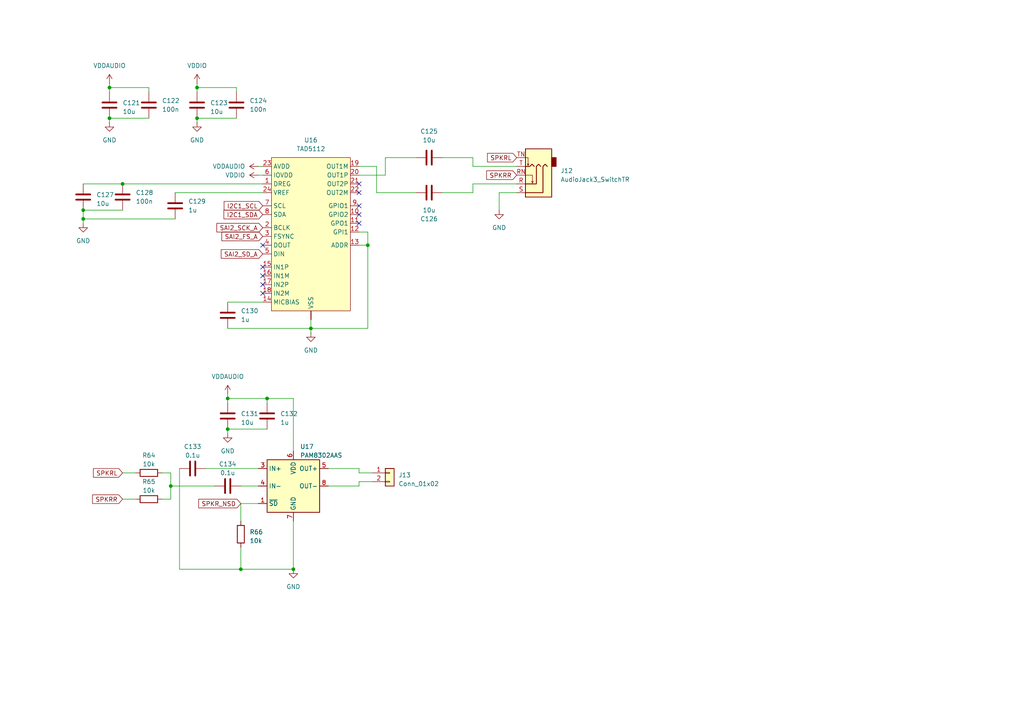
<source format=kicad_sch>
(kicad_sch (version 20250114) (generator "eeschema") (generator_version "9.0")
  (paper "A4")
  (lib_symbols
    (symbol "Amplifier_Audio:PAM8302AAS"
      (property "Reference" "U" (at 7.62 11.43 0))
      (property "Value" "PAM8302AAS" (at 7.62 8.89 0))
      (symbol "PAM8302AAS_0_1"
        (rectangle (start -7.62 7.62) (end 7.62 -7.62) (stroke (width 0.254)) (fill (type background)))
      )
      (symbol "PAM8302AAS_1_1"
        (pin input line (at -10.16 5.08 0) (length 2.54) (name "IN+") (number "3"))
        (pin input line (at -10.16 0 0) (length 2.54) (name "IN-") (number "4"))
        (pin input line (at -10.16 -5.08 0) (length 2.54) (name "~{SD}") (number "1"))
        (pin power_in line (at 0 10.16 270) (length 2.54) (name "VDD") (number "6"))
        (pin power_in line (at 0 -10.16 90) (length 2.54) (name "GND") (number "7"))
        (pin no_connect line (at 7.62 -5.08 180) (length 2.54) (hide yes) (name "NC") (number "2"))
        (pin output line (at 10.16 5.08 180) (length 2.54) (name "OUT+") (number "5"))
        (pin output line (at 10.16 0 180) (length 2.54) (name "OUT-") (number "8"))
      )
    )
    (symbol "Connector_Audio:AudioJack3_SwitchTR"
      (property "Reference" "J" (at 0 8.89 0))
      (property "Value" "AudioJack3_SwitchTR" (at 0 6.35 0))
      (symbol "AudioJack3_SwitchTR_0_1"
        (rectangle (start -5.08 -5.08) (end -6.35 -7.62) (stroke (width 0.254)) (fill (type outline)))
        (polyline (pts (xy -1.905 -5.08) (xy -1.27 -5.715) (xy -0.635 -5.08) (xy -0.635 0) (xy 2.54 0)) (stroke (width 0.254)))
        (polyline (pts (xy 0 -5.08) (xy 0.635 -5.715) (xy 1.27 -5.08) (xy 2.54 -5.08)) (stroke (width 0.254)))
        (polyline (pts (xy 0.508 -0.254) (xy 0.762 -0.762)))
        (polyline (pts (xy 1.778 -5.334) (xy 2.032 -5.842)))
        (rectangle (start 2.54 3.81) (end -5.08 -10.16) (stroke (width 0.254)) (fill (type background)))
        (polyline (pts (xy 2.54 2.54) (xy -2.54 2.54) (xy -2.54 -5.08) (xy -3.175 -5.715) (xy -3.81 -5.08)) (stroke (width 0.254)))
        (polyline (pts (xy 2.54 -2.54) (xy 0.508 -2.54) (xy 0.508 -0.254) (xy 0.254 -0.762)))
        (polyline (pts (xy 2.54 -7.62) (xy 1.778 -7.62) (xy 1.778 -5.334) (xy 1.524 -5.842)))
      )
      (symbol "AudioJack3_SwitchTR_1_1"
        (pin passive line (at 5.08 2.54 180) (length 2.54) (name "~") (number "S"))
        (pin passive line (at 5.08 0 180) (length 2.54) (name "~") (number "R"))
        (pin passive line (at 5.08 -2.54 180) (length 2.54) (name "~") (number "RN"))
        (pin passive line (at 5.08 -5.08 180) (length 2.54) (name "~") (number "T"))
        (pin passive line (at 5.08 -7.62 180) (length 2.54) (name "~") (number "TN"))
      )
    )
    (symbol "Connector_Generic:Conn_01x02" (pin_names (offset 1.016) (hide yes))
      (property "Reference" "J" (at 0 2.54 0))
      (property "Value" "Conn_01x02" (at 0 -5.08 0))
      (symbol "Conn_01x02_1_1"
        (rectangle (start -1.27 1.27) (end 1.27 -3.81) (stroke (width 0.254)) (fill (type background)))
        (rectangle (start -1.27 0.127) (end 0 -0.127) (stroke (width 0.1524)))
        (rectangle (start -1.27 -2.413) (end 0 -2.667) (stroke (width 0.1524)))
        (pin passive line (at -5.08 0 0) (length 3.81) (name "Pin_1") (number "1"))
        (pin passive line (at -5.08 -2.54 0) (length 3.81) (name "Pin_2") (number "2"))
      )
    )
    (symbol "Device:C" (pin_numbers (hide yes)) (pin_names (offset 0.254))
      (property "Reference" "C" (at 0.635 2.54 0))
      (property "Value" "C" (at 0.635 -2.54 0))
      (symbol "C_0_1"
        (polyline (pts (xy -2.032 0.762) (xy 2.032 0.762)) (stroke (width 0.508)))
        (polyline (pts (xy -2.032 -0.762) (xy 2.032 -0.762)) (stroke (width 0.508)))
      )
      (symbol "C_1_1"
        (pin passive line (at 0 3.81 270) (length 2.794) (name "~") (number "1"))
        (pin passive line (at 0 -3.81 90) (length 2.794) (name "~") (number "2"))
      )
    )
    (symbol "Device:R" (pin_numbers (hide yes)) (pin_names (offset 0))
      (property "Reference" "R" (at 2.032 0 90))
      (property "Value" "R" (at 0 0 90))
      (symbol "R_0_1"
        (rectangle (start -1.016 -2.54) (end 1.016 2.54) (stroke (width 0.254)))
      )
      (symbol "R_1_1"
        (pin passive line (at 0 3.81 270) (length 1.27) (name "~") (number "1"))
        (pin passive line (at 0 -3.81 90) (length 1.27) (name "~") (number "2"))
      )
    )
    (symbol "gk-syms:TAD5112"
      (property "Reference" "U" (at 0 23.876 0))
      (property "Value" "TAD5112" (at 0 0 0))
      (symbol "TAD5112_1_1"
        (rectangle (start -11.43 21.59) (end 11.43 -22.86) (fill (type background)))
        (pin power_in line (at -13.97 19.05 0) (length 2.54) (name "AVDD") (number "23"))
        (pin power_in line (at -13.97 16.51 0) (length 2.54) (name "IOVDD") (number "6"))
        (pin passive line (at -13.97 13.97 0) (length 2.54) (name "DREG") (number "1"))
        (pin passive line (at -13.97 11.43 0) (length 2.54) (name "VREF") (number "24"))
        (pin input line (at -13.97 7.62 0) (length 2.54) (name "SCL") (number "7"))
        (pin bidirectional line (at -13.97 5.08 0) (length 2.54) (name "SDA") (number "8"))
        (pin input line (at -13.97 1.27 0) (length 2.54) (name "BCLK") (number "2"))
        (pin input line (at -13.97 -1.27 0) (length 2.54) (name "FSYNC") (number "3"))
        (pin output line (at -13.97 -3.81 0) (length 2.54) (name "DOUT") (number "4"))
        (pin input line (at -13.97 -6.35 0) (length 2.54) (name "DIN") (number "5"))
        (pin input line (at -13.97 -10.16 0) (length 2.54) (name "IN1P") (number "15"))
        (pin input line (at -13.97 -12.7 0) (length 2.54) (name "IN1M") (number "16"))
        (pin input line (at -13.97 -15.24 0) (length 2.54) (name "IN2P") (number "17"))
        (pin input line (at -13.97 -17.78 0) (length 2.54) (name "IN2M") (number "18"))
        (pin passive line (at -13.97 -20.32 0) (length 2.54) (name "MICBIAS") (number "14"))
        (pin power_in line (at 0 -25.4 90) (length 2.54) (name "_VSSA1") (number "A1"))
        (pin power_in line (at 0 -25.4 90) (length 2.54) (name "_VSSA2") (number "A2"))
        (pin power_in line (at 0 -25.4 90) (length 2.54) (name "_VSSA3") (number "A3"))
        (pin power_in line (at 0 -25.4 90) (length 2.54) (name "_VSSA4") (number "A4"))
        (pin power_in line (at 0 -25.4 90) (length 2.54) (name "VSS") (number "EP"))
        (pin output line (at 13.97 19.05 180) (length 2.54) (name "OUT1M") (number "19"))
        (pin output line (at 13.97 16.51 180) (length 2.54) (name "OUT1P") (number "20"))
        (pin output line (at 13.97 13.97 180) (length 2.54) (name "OUT2P") (number "21"))
        (pin output line (at 13.97 11.43 180) (length 2.54) (name "OUT2M") (number "22"))
        (pin bidirectional line (at 13.97 7.62 180) (length 2.54) (name "GPIO1") (number "9"))
        (pin bidirectional line (at 13.97 5.08 180) (length 2.54) (name "GPIO2") (number "10"))
        (pin output line (at 13.97 2.54 180) (length 2.54) (name "GPO1") (number "11"))
        (pin input line (at 13.97 0 180) (length 2.54) (name "GPI1") (number "12"))
        (pin input line (at 13.97 -3.81 180) (length 2.54) (name "ADDR") (number "13"))
      )
    )
    (symbol "power:GND" (power) (pin_numbers (hide yes)) (pin_names (offset 0) (hide yes))
      (property "Value" "GND" (at 0 -3.81 0))
      (symbol "GND_0_1"
        (polyline (pts (xy 0 0) (xy 0 -1.27) (xy 1.27 -1.27) (xy 0 -2.54) (xy -1.27 -1.27) (xy 0 -1.27)))
      )
      (symbol "GND_1_1"
        (pin power_in line (at 0 0 270) (length 0) (name "~") (number "1"))
      )
    )
    (symbol "power:VDD" (power) (pin_numbers (hide yes)) (pin_names (offset 0) (hide yes))
      (property "Value" "VDD" (at 0 3.556 0))
      (symbol "VDD_0_1"
        (polyline (pts (xy -0.762 1.27) (xy 0 2.54)))
        (polyline (pts (xy 0 2.54) (xy 0.762 1.27)))
        (polyline (pts (xy 0 0) (xy 0 2.54)))
      )
      (symbol "VDD_1_1"
        (pin power_in line (at 0 0 90) (length 0) (name "~") (number "1"))
      )
    )
  )
  (junction (at 31.75 25.4))
  (junction (at 66.04 124.46))
  (junction (at 90.17 95.25))
  (junction (at 66.04 115.57))
  (junction (at 85.09 165.1))
  (junction (at 57.15 25.4))
  (junction (at 49.53 140.97))
  (junction (at 57.15 34.29))
  (junction (at 24.13 60.96))
  (junction (at 31.75 34.29))
  (junction (at 35.56 53.34))
  (junction (at 69.85 165.1))
  (junction (at 24.13 63.5))
  (junction (at 77.47 115.57))
  (junction (at 106.68 71.12))
  (no_connect (at 104.14 62.23))
  (no_connect (at 104.14 64.77))
  (no_connect (at 104.14 59.69))
  (no_connect (at 76.2 77.47))
  (no_connect (at 76.2 82.55))
  (no_connect (at 104.14 55.88))
  (no_connect (at 104.14 53.34))
  (no_connect (at 76.2 85.09))
  (no_connect (at 76.2 71.12))
  (no_connect (at 76.2 80.01))
  (wire (pts (xy 31.75 25.4) (xy 43.18 25.4)))
  (wire (pts (xy 52.07 135.89) (xy 52.07 165.1)))
  (wire (pts (xy 128.27 45.72) (xy 137.16 45.72)))
  (wire (pts (xy 31.75 34.29) (xy 43.18 34.29)))
  (wire (pts (xy 104.14 135.89) (xy 104.14 137.16)))
  (wire (pts (xy 106.68 67.31) (xy 106.68 71.12)))
  (wire (pts (xy 49.53 140.97) (xy 62.23 140.97)))
  (wire (pts (xy 69.85 146.05) (xy 69.85 151.13)))
  (wire (pts (xy 85.09 151.13) (xy 85.09 165.1)))
  (wire (pts (xy 66.04 95.25) (xy 90.17 95.25)))
  (wire (pts (xy 49.53 140.97) (xy 49.53 144.78)))
  (wire (pts (xy 109.22 55.88) (xy 109.22 48.26)))
  (wire (pts (xy 137.16 53.34) (xy 149.86 53.34)))
  (wire (pts (xy 68.58 25.4) (xy 68.58 26.67)))
  (wire (pts (xy 109.22 48.26) (xy 104.14 48.26)))
  (wire (pts (xy 77.47 115.57) (xy 85.09 115.57)))
  (wire (pts (xy 74.93 48.26) (xy 76.2 48.26)))
  (wire (pts (xy 144.78 55.88) (xy 144.78 60.96)))
  (wire (pts (xy 66.04 115.57) (xy 66.04 116.84)))
  (wire (pts (xy 104.14 71.12) (xy 106.68 71.12)))
  (wire (pts (xy 57.15 25.4) (xy 68.58 25.4)))
  (wire (pts (xy 107.95 139.7) (xy 104.14 139.7)))
  (wire (pts (xy 137.16 45.72) (xy 137.16 48.26)))
  (wire (pts (xy 77.47 115.57) (xy 77.47 116.84)))
  (wire (pts (xy 35.56 144.78) (xy 39.37 144.78)))
  (wire (pts (xy 111.76 45.72) (xy 111.76 50.8)))
  (wire (pts (xy 66.04 87.63) (xy 76.2 87.63)))
  (wire (pts (xy 111.76 45.72) (xy 120.65 45.72)))
  (wire (pts (xy 69.85 140.97) (xy 74.93 140.97)))
  (wire (pts (xy 24.13 63.5) (xy 50.8 63.5)))
  (wire (pts (xy 95.25 135.89) (xy 104.14 135.89)))
  (wire (pts (xy 52.07 165.1) (xy 69.85 165.1)))
  (wire (pts (xy 35.56 137.16) (xy 39.37 137.16)))
  (wire (pts (xy 74.93 146.05) (xy 69.85 146.05)))
  (wire (pts (xy 46.99 144.78) (xy 49.53 144.78)))
  (wire (pts (xy 50.8 55.88) (xy 76.2 55.88)))
  (wire (pts (xy 106.68 71.12) (xy 106.68 95.25)))
  (wire (pts (xy 85.09 115.57) (xy 85.09 130.81)))
  (wire (pts (xy 57.15 25.4) (xy 57.15 26.67)))
  (wire (pts (xy 43.18 25.4) (xy 43.18 26.67)))
  (wire (pts (xy 57.15 34.29) (xy 68.58 34.29)))
  (wire (pts (xy 109.22 55.88) (xy 120.65 55.88)))
  (wire (pts (xy 104.14 137.16) (xy 107.95 137.16)))
  (wire (pts (xy 104.14 140.97) (xy 95.25 140.97)))
  (wire (pts (xy 74.93 50.8) (xy 76.2 50.8)))
  (wire (pts (xy 24.13 60.96) (xy 35.56 60.96)))
  (wire (pts (xy 35.56 53.34) (xy 76.2 53.34)))
  (wire (pts (xy 111.76 50.8) (xy 104.14 50.8)))
  (wire (pts (xy 31.75 25.4) (xy 31.75 26.67)))
  (wire (pts (xy 57.15 34.29) (xy 57.15 35.56)))
  (wire (pts (xy 69.85 165.1) (xy 85.09 165.1)))
  (wire (pts (xy 31.75 34.29) (xy 31.75 35.56)))
  (wire (pts (xy 106.68 95.25) (xy 90.17 95.25)))
  (wire (pts (xy 137.16 55.88) (xy 137.16 53.34)))
  (wire (pts (xy 66.04 114.3) (xy 66.04 115.57)))
  (wire (pts (xy 137.16 48.26) (xy 149.86 48.26)))
  (wire (pts (xy 49.53 137.16) (xy 49.53 140.97)))
  (wire (pts (xy 66.04 124.46) (xy 77.47 124.46)))
  (wire (pts (xy 57.15 24.13) (xy 57.15 25.4)))
  (wire (pts (xy 69.85 158.75) (xy 69.85 165.1)))
  (wire (pts (xy 128.27 55.88) (xy 137.16 55.88)))
  (wire (pts (xy 104.14 67.31) (xy 106.68 67.31)))
  (wire (pts (xy 104.14 139.7) (xy 104.14 140.97)))
  (wire (pts (xy 59.69 135.89) (xy 74.93 135.89)))
  (wire (pts (xy 149.86 55.88) (xy 144.78 55.88)))
  (wire (pts (xy 31.75 24.13) (xy 31.75 25.4)))
  (wire (pts (xy 46.99 137.16) (xy 49.53 137.16)))
  (wire (pts (xy 24.13 53.34) (xy 35.56 53.34)))
  (wire (pts (xy 66.04 115.57) (xy 77.47 115.57)))
  (wire (pts (xy 90.17 96.52) (xy 90.17 95.25)))
  (wire (pts (xy 90.17 95.25) (xy 90.17 92.71)))
  (wire (pts (xy 66.04 124.46) (xy 66.04 125.73)))
  (wire (pts (xy 24.13 60.96) (xy 24.13 63.5)))
  (wire (pts (xy 24.13 63.5) (xy 24.13 64.77)))
  (global_label "SAI2_SD_A" (shape input) (at 76.2 73.66 180) (property "Intersheetrefs" "${INTERSHEET_REFS}" (effects (hide yes))))
  (global_label "SAI2_FS_A" (shape input) (at 76.2 68.58 180) (property "Intersheetrefs" "${INTERSHEET_REFS}" (effects (hide yes))))
  (global_label "SAI2_SCK_A" (shape input) (at 76.2 66.04 180) (property "Intersheetrefs" "${INTERSHEET_REFS}" (effects (hide yes))))
  (global_label "SPKRR" (shape input) (at 35.56 144.78 180) (property "Intersheetrefs" "${INTERSHEET_REFS}" (effects (hide yes))))
  (global_label "I2C1_SCL" (shape input) (at 76.2 59.69 180) (property "Intersheetrefs" "${INTERSHEET_REFS}" (effects (hide yes))))
  (global_label "SPKRL" (shape input) (at 35.56 137.16 180) (property "Intersheetrefs" "${INTERSHEET_REFS}" (effects (hide yes))))
  (global_label "SPKR_NSD" (shape input) (at 69.85 146.05 180) (property "Intersheetrefs" "${INTERSHEET_REFS}" (effects (hide yes))))
  (global_label "SPKRR" (shape input) (at 149.86 50.8 180) (property "Intersheetrefs" "${INTERSHEET_REFS}" (effects (hide yes))))
  (global_label "SPKRL" (shape input) (at 149.86 45.72 180) (property "Intersheetrefs" "${INTERSHEET_REFS}" (effects (hide yes))))
  (global_label "I2C1_SDA" (shape input) (at 76.2 62.23 180) (property "Intersheetrefs" "${INTERSHEET_REFS}" (effects (hide yes))))
  (symbol (lib_id "Device:C") (at 124.46 45.72 90) (unit 1)
    (property "Reference" "C125" (at 124.46 38.1 90))
    (property "Value" "10u" (at 124.46 40.64 90))
    (property "Footprint" "Capacitor_SMD:C_0805_2012Metric" (effects (hide yes)))
  )
  (symbol (lib_id "Device:C") (at 68.58 30.48 0) (unit 1)
    (property "Reference" "C124" (at 72.39 29.2099 0) (effects (justify left)))
    (property "Value" "100n" (at 72.39 31.7499 0) (effects (justify left)))
    (property "Footprint" "Capacitor_SMD:C_0603_1608Metric" (effects (hide yes)))
  )
  (symbol (lib_id "Device:C") (at 55.88 135.89 270) (unit 1)
    (property "Reference" "C133" (at 55.88 129.54 90))
    (property "Value" "0.1u" (at 55.88 132.08 90))
    (property "Footprint" "Capacitor_SMD:C_0603_1608Metric" (effects (hide yes)))
  )
  (symbol (lib_id "power:GND") (at 57.15 35.56 0) (unit 1)
    (property "Reference" "#PWR0354" (effects (hide yes)))
    (property "Value" "GND" (at 57.15 40.64 0))
    (property "Description" "Power symbol creates a global label with name \"GND\" , ground" (effects (hide yes)))
  )
  (symbol (lib_id "Device:C") (at 31.75 30.48 0) (unit 1)
    (property "Reference" "C121" (at 35.56 29.845 0) (effects (justify left)))
    (property "Value" "10u" (at 35.56 32.385 0) (effects (justify left)))
    (property "Footprint" "Capacitor_SMD:C_0805_2012Metric" (effects (hide yes)))
  )
  (symbol (lib_id "power:GND") (at 144.78 60.96 0) (unit 1)
    (property "Reference" "#PWR0357" (effects (hide yes)))
    (property "Value" "GND" (at 144.78 66.04 0))
    (property "Description" "Power symbol creates a global label with name \"GND\" , ground" (effects (hide yes)))
  )
  (symbol (lib_id "Device:C") (at 57.15 30.48 0) (unit 1)
    (property "Reference" "C123" (at 60.96 29.845 0) (effects (justify left)))
    (property "Value" "10u" (at 60.96 32.385 0) (effects (justify left)))
    (property "Footprint" "Capacitor_SMD:C_0805_2012Metric" (effects (hide yes)))
  )
  (symbol (lib_id "Connector_Audio:AudioJack3_SwitchTR") (at 154.94 53.34 180) (unit 1)
    (property "Reference" "J12" (at 162.56 49.53 0) (effects (justify right)))
    (property "Value" "AudioJack3_SwitchTR" (at 162.56 52.07 0) (effects (justify right)))
    (property "Footprint" "Connector_Audio:Jack_3.5mm_Ledino_KB3SPRS_Horizontal" (effects (hide yes)))
  )
  (symbol (lib_id "power:GND") (at 66.04 125.73 0) (unit 1)
    (property "Reference" "#PWR0361" (effects (hide yes)))
    (property "Value" "GND" (at 66.04 130.81 0))
    (property "Description" "Power symbol creates a global label with name \"GND\" , ground" (effects (hide yes)))
  )
  (symbol (lib_id "power:GND") (at 90.17 96.52 0) (unit 1)
    (property "Reference" "#PWR0359" (effects (hide yes)))
    (property "Value" "GND" (at 90.17 101.6 0))
    (property "Description" "Power symbol creates a global label with name \"GND\" , ground" (effects (hide yes)))
  )
  (symbol (lib_id "gk-syms:TAD5112") (at 90.17 67.31 0) (unit 1)
    (property "Reference" "U16" (at 90.17 40.64 0))
    (property "Value" "TAD5112" (at 90.17 43.18 0))
    (property "Footprint" "gk-pcbv3:TAD5112" (effects (hide yes)))
  )
  (symbol (lib_id "Connector_Generic:Conn_01x02") (at 113.03 137.16 0) (unit 1)
    (property "Reference" "J13" (at 115.57 137.795 0) (effects (justify left)))
    (property "Value" "Conn_01x02" (at 115.57 140.335 0) (effects (justify left)))
    (property "Footprint" "Connector_Molex:Molex_PicoBlade_53048-0210_1x02_P1.25mm_Horizontal" (effects (hide yes)))
  )
  (symbol (lib_id "Device:C") (at 24.13 57.15 0) (unit 1)
    (property "Reference" "C127" (at 27.94 56.515 0) (effects (justify left)))
    (property "Value" "10u" (at 27.94 59.055 0) (effects (justify left)))
    (property "Footprint" "Capacitor_SMD:C_0805_2012Metric" (effects (hide yes)))
  )
  (symbol (lib_id "Amplifier_Audio:PAM8302AAS") (at 85.09 140.97 0) (unit 1)
    (property "Reference" "U17" (at 87.0459 129.54 0) (effects (justify left)))
    (property "Value" "PAM8302AAS" (at 87.0459 132.08 0) (effects (justify left)))
    (property "Footprint" "Package_SO:MSOP-8_3x3mm_P0.65mm" (effects (hide yes)))
    (property "Datasheet" "https://www.diodes.com/assets/Datasheets/PAM8302A.pdf" (effects (hide yes)))
  )
  (symbol (lib_id "Device:R") (at 69.85 154.94 0) (unit 1)
    (property "Reference" "R66" (at 72.39 154.305 0) (effects (justify left)))
    (property "Value" "10k" (at 72.39 156.845 0) (effects (justify left)))
    (property "Footprint" "Resistor_SMD:R_0603_1608Metric" (effects (hide yes)))
  )
  (symbol (lib_id "power:GND") (at 24.13 64.77 0) (unit 1)
    (property "Reference" "#PWR0358" (effects (hide yes)))
    (property "Value" "GND" (at 24.13 69.85 0))
    (property "Description" "Power symbol creates a global label with name \"GND\" , ground" (effects (hide yes)))
  )
  (symbol (lib_id "power:VDD") (at 74.93 48.26 90) (unit 1)
    (property "Reference" "#PWR0355" (effects (hide yes)))
    (property "Value" "VDDAUDIO" (at 71.12 48.2599 90) (effects (justify left)))
    (property "Description" "Power symbol creates a global label with name \"VDD\"" (effects (hide yes)))
  )
  (symbol (lib_id "Device:C") (at 124.46 55.88 90) (mirror x) (unit 1)
    (property "Reference" "C126" (at 124.46 63.5 90))
    (property "Value" "10u" (at 124.46 60.96 90))
    (property "Footprint" "Capacitor_SMD:C_0805_2012Metric" (effects (hide yes)))
  )
  (symbol (lib_id "power:VDD") (at 57.15 24.13 0) (unit 1)
    (property "Reference" "#PWR0352" (effects (hide yes)))
    (property "Value" "VDDIO" (at 57.15 19.05 0))
    (property "Description" "Power symbol creates a global label with name \"VDD\"" (effects (hide yes)))
  )
  (symbol (lib_id "Device:C") (at 43.18 30.48 0) (unit 1)
    (property "Reference" "C122" (at 46.99 29.2099 0) (effects (justify left)))
    (property "Value" "100n" (at 46.99 31.7499 0) (effects (justify left)))
    (property "Footprint" "Capacitor_SMD:C_0603_1608Metric" (effects (hide yes)))
  )
  (symbol (lib_id "power:VDD") (at 31.75 24.13 0) (unit 1)
    (property "Reference" "#PWR0351" (effects (hide yes)))
    (property "Value" "VDDAUDIO" (at 31.75 19.05 0))
    (property "Description" "Power symbol creates a global label with name \"VDD\"" (effects (hide yes)))
  )
  (symbol (lib_id "power:GND") (at 31.75 35.56 0) (unit 1)
    (property "Reference" "#PWR0353" (effects (hide yes)))
    (property "Value" "GND" (at 31.75 40.64 0))
    (property "Description" "Power symbol creates a global label with name \"GND\" , ground" (effects (hide yes)))
  )
  (symbol (lib_id "Device:C") (at 66.04 91.44 0) (unit 1)
    (property "Reference" "C130" (at 69.85 90.1699 0) (effects (justify left)))
    (property "Value" "1u" (at 69.85 92.7099 0) (effects (justify left)))
    (property "Footprint" "Capacitor_SMD:C_0805_2012Metric" (effects (hide yes)))
  )
  (symbol (lib_id "Device:R") (at 43.18 144.78 90) (unit 1)
    (property "Reference" "R65" (at 43.18 139.7 90))
    (property "Value" "10k" (at 43.18 142.24 90))
    (property "Footprint" "Resistor_SMD:R_0603_1608Metric" (effects (hide yes)))
  )
  (symbol (lib_id "Device:R") (at 43.18 137.16 90) (unit 1)
    (property "Reference" "R64" (at 43.18 132.08 90))
    (property "Value" "10k" (at 43.18 134.62 90))
    (property "Footprint" "Resistor_SMD:R_0603_1608Metric" (effects (hide yes)))
  )
  (symbol (lib_id "Device:C") (at 50.8 59.69 0) (unit 1)
    (property "Reference" "C129" (at 54.61 58.4199 0) (effects (justify left)))
    (property "Value" "1u" (at 54.61 60.9599 0) (effects (justify left)))
    (property "Footprint" "Capacitor_SMD:C_0805_2012Metric" (effects (hide yes)))
  )
  (symbol (lib_id "Device:C") (at 35.56 57.15 0) (unit 1)
    (property "Reference" "C128" (at 39.37 55.8799 0) (effects (justify left)))
    (property "Value" "100n" (at 39.37 58.4199 0) (effects (justify left)))
    (property "Footprint" "Capacitor_SMD:C_0603_1608Metric" (effects (hide yes)))
  )
  (symbol (lib_id "power:VDD") (at 74.93 50.8 90) (unit 1)
    (property "Reference" "#PWR0356" (effects (hide yes)))
    (property "Value" "VDDIO" (at 71.12 50.7999 90) (effects (justify left)))
    (property "Description" "Power symbol creates a global label with name \"VDD\"" (effects (hide yes)))
  )
  (symbol (lib_id "Device:C") (at 66.04 120.65 0) (unit 1)
    (property "Reference" "C131" (at 69.85 120.015 0) (effects (justify left)))
    (property "Value" "10u" (at 69.85 122.555 0) (effects (justify left)))
    (property "Footprint" "Capacitor_SMD:C_0805_2012Metric" (effects (hide yes)))
  )
  (symbol (lib_id "power:VDD") (at 66.04 114.3 0) (unit 1)
    (property "Reference" "#PWR0360" (effects (hide yes)))
    (property "Value" "VDDAUDIO" (at 66.04 109.22 0))
    (property "Description" "Power symbol creates a global label with name \"VDD\"" (effects (hide yes)))
  )
  (symbol (lib_id "Device:C") (at 66.04 140.97 270) (unit 1)
    (property "Reference" "C134" (at 66.04 134.62 90))
    (property "Value" "0.1u" (at 66.04 137.16 90))
    (property "Footprint" "Capacitor_SMD:C_0603_1608Metric" (effects (hide yes)))
  )
  (symbol (lib_id "Device:C") (at 77.47 120.65 0) (unit 1)
    (property "Reference" "C132" (at 81.28 120.015 0) (effects (justify left)))
    (property "Value" "1u" (at 81.28 122.555 0) (effects (justify left)))
    (property "Footprint" "Capacitor_SMD:C_0805_2012Metric" (effects (hide yes)))
  )
  (symbol (lib_id "power:GND") (at 85.09 165.1 0) (unit 1)
    (property "Reference" "#PWR0362" (effects (hide yes)))
    (property "Value" "GND" (at 85.09 170.18 0))
    (property "Description" "Power symbol creates a global label with name \"GND\" , ground" (effects (hide yes)))
  )
)
</source>
